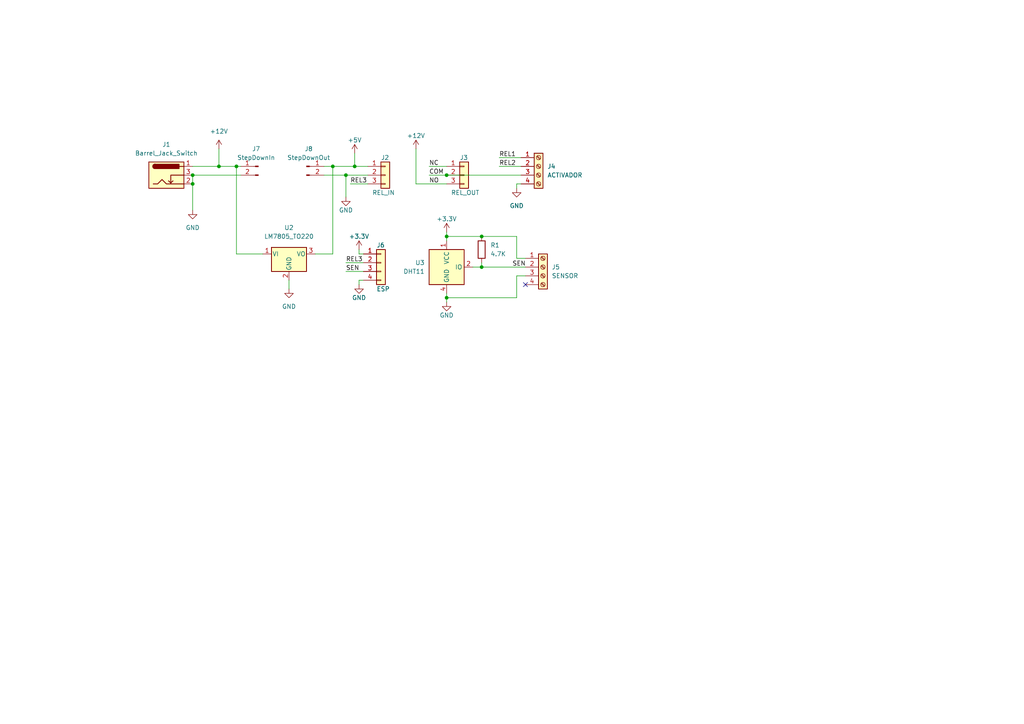
<source format=kicad_sch>
(kicad_sch (version 20211123) (generator eeschema)

  (uuid 60bad54a-44fd-435d-a247-2417c8efcf84)

  (paper "A4")

  (lib_symbols
    (symbol "Connector:Barrel_Jack_Switch" (pin_names hide) (in_bom yes) (on_board yes)
      (property "Reference" "J" (id 0) (at 0 5.334 0)
        (effects (font (size 1.27 1.27)))
      )
      (property "Value" "Barrel_Jack_Switch" (id 1) (at 0 -5.08 0)
        (effects (font (size 1.27 1.27)))
      )
      (property "Footprint" "" (id 2) (at 1.27 -1.016 0)
        (effects (font (size 1.27 1.27)) hide)
      )
      (property "Datasheet" "~" (id 3) (at 1.27 -1.016 0)
        (effects (font (size 1.27 1.27)) hide)
      )
      (property "ki_keywords" "DC power barrel jack connector" (id 4) (at 0 0 0)
        (effects (font (size 1.27 1.27)) hide)
      )
      (property "ki_description" "DC Barrel Jack with an internal switch" (id 5) (at 0 0 0)
        (effects (font (size 1.27 1.27)) hide)
      )
      (property "ki_fp_filters" "BarrelJack*" (id 6) (at 0 0 0)
        (effects (font (size 1.27 1.27)) hide)
      )
      (symbol "Barrel_Jack_Switch_0_1"
        (rectangle (start -5.08 3.81) (end 5.08 -3.81)
          (stroke (width 0.254) (type default) (color 0 0 0 0))
          (fill (type background))
        )
        (arc (start -3.302 3.175) (mid -3.937 2.54) (end -3.302 1.905)
          (stroke (width 0.254) (type default) (color 0 0 0 0))
          (fill (type none))
        )
        (arc (start -3.302 3.175) (mid -3.937 2.54) (end -3.302 1.905)
          (stroke (width 0.254) (type default) (color 0 0 0 0))
          (fill (type outline))
        )
        (polyline
          (pts
            (xy 1.27 -2.286)
            (xy 1.905 -1.651)
          )
          (stroke (width 0.254) (type default) (color 0 0 0 0))
          (fill (type none))
        )
        (polyline
          (pts
            (xy 5.08 2.54)
            (xy 3.81 2.54)
          )
          (stroke (width 0.254) (type default) (color 0 0 0 0))
          (fill (type none))
        )
        (polyline
          (pts
            (xy 5.08 0)
            (xy 1.27 0)
            (xy 1.27 -2.286)
            (xy 0.635 -1.651)
          )
          (stroke (width 0.254) (type default) (color 0 0 0 0))
          (fill (type none))
        )
        (polyline
          (pts
            (xy -3.81 -2.54)
            (xy -2.54 -2.54)
            (xy -1.27 -1.27)
            (xy 0 -2.54)
            (xy 2.54 -2.54)
            (xy 5.08 -2.54)
          )
          (stroke (width 0.254) (type default) (color 0 0 0 0))
          (fill (type none))
        )
        (rectangle (start 3.683 3.175) (end -3.302 1.905)
          (stroke (width 0.254) (type default) (color 0 0 0 0))
          (fill (type outline))
        )
      )
      (symbol "Barrel_Jack_Switch_1_1"
        (pin passive line (at 7.62 2.54 180) (length 2.54)
          (name "~" (effects (font (size 1.27 1.27))))
          (number "1" (effects (font (size 1.27 1.27))))
        )
        (pin passive line (at 7.62 -2.54 180) (length 2.54)
          (name "~" (effects (font (size 1.27 1.27))))
          (number "2" (effects (font (size 1.27 1.27))))
        )
        (pin passive line (at 7.62 0 180) (length 2.54)
          (name "~" (effects (font (size 1.27 1.27))))
          (number "3" (effects (font (size 1.27 1.27))))
        )
      )
    )
    (symbol "Connector:Conn_01x02_Male" (pin_names (offset 1.016) hide) (in_bom yes) (on_board yes)
      (property "Reference" "J" (id 0) (at 0 2.54 0)
        (effects (font (size 1.27 1.27)))
      )
      (property "Value" "Conn_01x02_Male" (id 1) (at 0 -5.08 0)
        (effects (font (size 1.27 1.27)))
      )
      (property "Footprint" "" (id 2) (at 0 0 0)
        (effects (font (size 1.27 1.27)) hide)
      )
      (property "Datasheet" "~" (id 3) (at 0 0 0)
        (effects (font (size 1.27 1.27)) hide)
      )
      (property "ki_keywords" "connector" (id 4) (at 0 0 0)
        (effects (font (size 1.27 1.27)) hide)
      )
      (property "ki_description" "Generic connector, single row, 01x02, script generated (kicad-library-utils/schlib/autogen/connector/)" (id 5) (at 0 0 0)
        (effects (font (size 1.27 1.27)) hide)
      )
      (property "ki_fp_filters" "Connector*:*_1x??_*" (id 6) (at 0 0 0)
        (effects (font (size 1.27 1.27)) hide)
      )
      (symbol "Conn_01x02_Male_1_1"
        (polyline
          (pts
            (xy 1.27 -2.54)
            (xy 0.8636 -2.54)
          )
          (stroke (width 0.1524) (type default) (color 0 0 0 0))
          (fill (type none))
        )
        (polyline
          (pts
            (xy 1.27 0)
            (xy 0.8636 0)
          )
          (stroke (width 0.1524) (type default) (color 0 0 0 0))
          (fill (type none))
        )
        (rectangle (start 0.8636 -2.413) (end 0 -2.667)
          (stroke (width 0.1524) (type default) (color 0 0 0 0))
          (fill (type outline))
        )
        (rectangle (start 0.8636 0.127) (end 0 -0.127)
          (stroke (width 0.1524) (type default) (color 0 0 0 0))
          (fill (type outline))
        )
        (pin passive line (at 5.08 0 180) (length 3.81)
          (name "Pin_1" (effects (font (size 1.27 1.27))))
          (number "1" (effects (font (size 1.27 1.27))))
        )
        (pin passive line (at 5.08 -2.54 180) (length 3.81)
          (name "Pin_2" (effects (font (size 1.27 1.27))))
          (number "2" (effects (font (size 1.27 1.27))))
        )
      )
    )
    (symbol "Connector:Screw_Terminal_01x04" (pin_names (offset 1.016) hide) (in_bom yes) (on_board yes)
      (property "Reference" "J" (id 0) (at 0 5.08 0)
        (effects (font (size 1.27 1.27)))
      )
      (property "Value" "Screw_Terminal_01x04" (id 1) (at 0 -7.62 0)
        (effects (font (size 1.27 1.27)))
      )
      (property "Footprint" "" (id 2) (at 0 0 0)
        (effects (font (size 1.27 1.27)) hide)
      )
      (property "Datasheet" "~" (id 3) (at 0 0 0)
        (effects (font (size 1.27 1.27)) hide)
      )
      (property "ki_keywords" "screw terminal" (id 4) (at 0 0 0)
        (effects (font (size 1.27 1.27)) hide)
      )
      (property "ki_description" "Generic screw terminal, single row, 01x04, script generated (kicad-library-utils/schlib/autogen/connector/)" (id 5) (at 0 0 0)
        (effects (font (size 1.27 1.27)) hide)
      )
      (property "ki_fp_filters" "TerminalBlock*:*" (id 6) (at 0 0 0)
        (effects (font (size 1.27 1.27)) hide)
      )
      (symbol "Screw_Terminal_01x04_1_1"
        (rectangle (start -1.27 3.81) (end 1.27 -6.35)
          (stroke (width 0.254) (type default) (color 0 0 0 0))
          (fill (type background))
        )
        (circle (center 0 -5.08) (radius 0.635)
          (stroke (width 0.1524) (type default) (color 0 0 0 0))
          (fill (type none))
        )
        (circle (center 0 -2.54) (radius 0.635)
          (stroke (width 0.1524) (type default) (color 0 0 0 0))
          (fill (type none))
        )
        (polyline
          (pts
            (xy -0.5334 -4.7498)
            (xy 0.3302 -5.588)
          )
          (stroke (width 0.1524) (type default) (color 0 0 0 0))
          (fill (type none))
        )
        (polyline
          (pts
            (xy -0.5334 -2.2098)
            (xy 0.3302 -3.048)
          )
          (stroke (width 0.1524) (type default) (color 0 0 0 0))
          (fill (type none))
        )
        (polyline
          (pts
            (xy -0.5334 0.3302)
            (xy 0.3302 -0.508)
          )
          (stroke (width 0.1524) (type default) (color 0 0 0 0))
          (fill (type none))
        )
        (polyline
          (pts
            (xy -0.5334 2.8702)
            (xy 0.3302 2.032)
          )
          (stroke (width 0.1524) (type default) (color 0 0 0 0))
          (fill (type none))
        )
        (polyline
          (pts
            (xy -0.3556 -4.572)
            (xy 0.508 -5.4102)
          )
          (stroke (width 0.1524) (type default) (color 0 0 0 0))
          (fill (type none))
        )
        (polyline
          (pts
            (xy -0.3556 -2.032)
            (xy 0.508 -2.8702)
          )
          (stroke (width 0.1524) (type default) (color 0 0 0 0))
          (fill (type none))
        )
        (polyline
          (pts
            (xy -0.3556 0.508)
            (xy 0.508 -0.3302)
          )
          (stroke (width 0.1524) (type default) (color 0 0 0 0))
          (fill (type none))
        )
        (polyline
          (pts
            (xy -0.3556 3.048)
            (xy 0.508 2.2098)
          )
          (stroke (width 0.1524) (type default) (color 0 0 0 0))
          (fill (type none))
        )
        (circle (center 0 0) (radius 0.635)
          (stroke (width 0.1524) (type default) (color 0 0 0 0))
          (fill (type none))
        )
        (circle (center 0 2.54) (radius 0.635)
          (stroke (width 0.1524) (type default) (color 0 0 0 0))
          (fill (type none))
        )
        (pin passive line (at -5.08 2.54 0) (length 3.81)
          (name "Pin_1" (effects (font (size 1.27 1.27))))
          (number "1" (effects (font (size 1.27 1.27))))
        )
        (pin passive line (at -5.08 0 0) (length 3.81)
          (name "Pin_2" (effects (font (size 1.27 1.27))))
          (number "2" (effects (font (size 1.27 1.27))))
        )
        (pin passive line (at -5.08 -2.54 0) (length 3.81)
          (name "Pin_3" (effects (font (size 1.27 1.27))))
          (number "3" (effects (font (size 1.27 1.27))))
        )
        (pin passive line (at -5.08 -5.08 0) (length 3.81)
          (name "Pin_4" (effects (font (size 1.27 1.27))))
          (number "4" (effects (font (size 1.27 1.27))))
        )
      )
    )
    (symbol "Connector_Generic:Conn_01x03" (pin_names (offset 1.016) hide) (in_bom yes) (on_board yes)
      (property "Reference" "J" (id 0) (at 0 5.08 0)
        (effects (font (size 1.27 1.27)))
      )
      (property "Value" "Conn_01x03" (id 1) (at 0 -5.08 0)
        (effects (font (size 1.27 1.27)))
      )
      (property "Footprint" "" (id 2) (at 0 0 0)
        (effects (font (size 1.27 1.27)) hide)
      )
      (property "Datasheet" "~" (id 3) (at 0 0 0)
        (effects (font (size 1.27 1.27)) hide)
      )
      (property "ki_keywords" "connector" (id 4) (at 0 0 0)
        (effects (font (size 1.27 1.27)) hide)
      )
      (property "ki_description" "Generic connector, single row, 01x03, script generated (kicad-library-utils/schlib/autogen/connector/)" (id 5) (at 0 0 0)
        (effects (font (size 1.27 1.27)) hide)
      )
      (property "ki_fp_filters" "Connector*:*_1x??_*" (id 6) (at 0 0 0)
        (effects (font (size 1.27 1.27)) hide)
      )
      (symbol "Conn_01x03_1_1"
        (rectangle (start -1.27 -2.413) (end 0 -2.667)
          (stroke (width 0.1524) (type default) (color 0 0 0 0))
          (fill (type none))
        )
        (rectangle (start -1.27 0.127) (end 0 -0.127)
          (stroke (width 0.1524) (type default) (color 0 0 0 0))
          (fill (type none))
        )
        (rectangle (start -1.27 2.667) (end 0 2.413)
          (stroke (width 0.1524) (type default) (color 0 0 0 0))
          (fill (type none))
        )
        (rectangle (start -1.27 3.81) (end 1.27 -3.81)
          (stroke (width 0.254) (type default) (color 0 0 0 0))
          (fill (type background))
        )
        (pin passive line (at -5.08 2.54 0) (length 3.81)
          (name "Pin_1" (effects (font (size 1.27 1.27))))
          (number "1" (effects (font (size 1.27 1.27))))
        )
        (pin passive line (at -5.08 0 0) (length 3.81)
          (name "Pin_2" (effects (font (size 1.27 1.27))))
          (number "2" (effects (font (size 1.27 1.27))))
        )
        (pin passive line (at -5.08 -2.54 0) (length 3.81)
          (name "Pin_3" (effects (font (size 1.27 1.27))))
          (number "3" (effects (font (size 1.27 1.27))))
        )
      )
    )
    (symbol "Connector_Generic:Conn_01x04" (pin_names (offset 1.016) hide) (in_bom yes) (on_board yes)
      (property "Reference" "J" (id 0) (at 0 5.08 0)
        (effects (font (size 1.27 1.27)))
      )
      (property "Value" "Conn_01x04" (id 1) (at 0 -7.62 0)
        (effects (font (size 1.27 1.27)))
      )
      (property "Footprint" "" (id 2) (at 0 0 0)
        (effects (font (size 1.27 1.27)) hide)
      )
      (property "Datasheet" "~" (id 3) (at 0 0 0)
        (effects (font (size 1.27 1.27)) hide)
      )
      (property "ki_keywords" "connector" (id 4) (at 0 0 0)
        (effects (font (size 1.27 1.27)) hide)
      )
      (property "ki_description" "Generic connector, single row, 01x04, script generated (kicad-library-utils/schlib/autogen/connector/)" (id 5) (at 0 0 0)
        (effects (font (size 1.27 1.27)) hide)
      )
      (property "ki_fp_filters" "Connector*:*_1x??_*" (id 6) (at 0 0 0)
        (effects (font (size 1.27 1.27)) hide)
      )
      (symbol "Conn_01x04_1_1"
        (rectangle (start -1.27 -4.953) (end 0 -5.207)
          (stroke (width 0.1524) (type default) (color 0 0 0 0))
          (fill (type none))
        )
        (rectangle (start -1.27 -2.413) (end 0 -2.667)
          (stroke (width 0.1524) (type default) (color 0 0 0 0))
          (fill (type none))
        )
        (rectangle (start -1.27 0.127) (end 0 -0.127)
          (stroke (width 0.1524) (type default) (color 0 0 0 0))
          (fill (type none))
        )
        (rectangle (start -1.27 2.667) (end 0 2.413)
          (stroke (width 0.1524) (type default) (color 0 0 0 0))
          (fill (type none))
        )
        (rectangle (start -1.27 3.81) (end 1.27 -6.35)
          (stroke (width 0.254) (type default) (color 0 0 0 0))
          (fill (type background))
        )
        (pin passive line (at -5.08 2.54 0) (length 3.81)
          (name "Pin_1" (effects (font (size 1.27 1.27))))
          (number "1" (effects (font (size 1.27 1.27))))
        )
        (pin passive line (at -5.08 0 0) (length 3.81)
          (name "Pin_2" (effects (font (size 1.27 1.27))))
          (number "2" (effects (font (size 1.27 1.27))))
        )
        (pin passive line (at -5.08 -2.54 0) (length 3.81)
          (name "Pin_3" (effects (font (size 1.27 1.27))))
          (number "3" (effects (font (size 1.27 1.27))))
        )
        (pin passive line (at -5.08 -5.08 0) (length 3.81)
          (name "Pin_4" (effects (font (size 1.27 1.27))))
          (number "4" (effects (font (size 1.27 1.27))))
        )
      )
    )
    (symbol "Device:R" (pin_numbers hide) (pin_names (offset 0)) (in_bom yes) (on_board yes)
      (property "Reference" "R" (id 0) (at 2.032 0 90)
        (effects (font (size 1.27 1.27)))
      )
      (property "Value" "R" (id 1) (at 0 0 90)
        (effects (font (size 1.27 1.27)))
      )
      (property "Footprint" "" (id 2) (at -1.778 0 90)
        (effects (font (size 1.27 1.27)) hide)
      )
      (property "Datasheet" "~" (id 3) (at 0 0 0)
        (effects (font (size 1.27 1.27)) hide)
      )
      (property "ki_keywords" "R res resistor" (id 4) (at 0 0 0)
        (effects (font (size 1.27 1.27)) hide)
      )
      (property "ki_description" "Resistor" (id 5) (at 0 0 0)
        (effects (font (size 1.27 1.27)) hide)
      )
      (property "ki_fp_filters" "R_*" (id 6) (at 0 0 0)
        (effects (font (size 1.27 1.27)) hide)
      )
      (symbol "R_0_1"
        (rectangle (start -1.016 -2.54) (end 1.016 2.54)
          (stroke (width 0.254) (type default) (color 0 0 0 0))
          (fill (type none))
        )
      )
      (symbol "R_1_1"
        (pin passive line (at 0 3.81 270) (length 1.27)
          (name "~" (effects (font (size 1.27 1.27))))
          (number "1" (effects (font (size 1.27 1.27))))
        )
        (pin passive line (at 0 -3.81 90) (length 1.27)
          (name "~" (effects (font (size 1.27 1.27))))
          (number "2" (effects (font (size 1.27 1.27))))
        )
      )
    )
    (symbol "Regulator_Linear:LM7805_TO220" (pin_names (offset 0.254)) (in_bom yes) (on_board yes)
      (property "Reference" "U" (id 0) (at -3.81 3.175 0)
        (effects (font (size 1.27 1.27)))
      )
      (property "Value" "LM7805_TO220" (id 1) (at 0 3.175 0)
        (effects (font (size 1.27 1.27)) (justify left))
      )
      (property "Footprint" "Package_TO_SOT_THT:TO-220-3_Vertical" (id 2) (at 0 5.715 0)
        (effects (font (size 1.27 1.27) italic) hide)
      )
      (property "Datasheet" "https://www.onsemi.cn/PowerSolutions/document/MC7800-D.PDF" (id 3) (at 0 -1.27 0)
        (effects (font (size 1.27 1.27)) hide)
      )
      (property "ki_keywords" "Voltage Regulator 1A Positive" (id 4) (at 0 0 0)
        (effects (font (size 1.27 1.27)) hide)
      )
      (property "ki_description" "Positive 1A 35V Linear Regulator, Fixed Output 5V, TO-220" (id 5) (at 0 0 0)
        (effects (font (size 1.27 1.27)) hide)
      )
      (property "ki_fp_filters" "TO?220*" (id 6) (at 0 0 0)
        (effects (font (size 1.27 1.27)) hide)
      )
      (symbol "LM7805_TO220_0_1"
        (rectangle (start -5.08 1.905) (end 5.08 -5.08)
          (stroke (width 0.254) (type default) (color 0 0 0 0))
          (fill (type background))
        )
      )
      (symbol "LM7805_TO220_1_1"
        (pin power_in line (at -7.62 0 0) (length 2.54)
          (name "VI" (effects (font (size 1.27 1.27))))
          (number "1" (effects (font (size 1.27 1.27))))
        )
        (pin power_in line (at 0 -7.62 90) (length 2.54)
          (name "GND" (effects (font (size 1.27 1.27))))
          (number "2" (effects (font (size 1.27 1.27))))
        )
        (pin power_out line (at 7.62 0 180) (length 2.54)
          (name "VO" (effects (font (size 1.27 1.27))))
          (number "3" (effects (font (size 1.27 1.27))))
        )
      )
    )
    (symbol "Sensor:DHT11" (in_bom yes) (on_board yes)
      (property "Reference" "U" (id 0) (at -3.81 6.35 0)
        (effects (font (size 1.27 1.27)))
      )
      (property "Value" "DHT11" (id 1) (at 3.81 6.35 0)
        (effects (font (size 1.27 1.27)))
      )
      (property "Footprint" "Sensor:Aosong_DHT11_5.5x12.0_P2.54mm" (id 2) (at 0 -10.16 0)
        (effects (font (size 1.27 1.27)) hide)
      )
      (property "Datasheet" "http://akizukidenshi.com/download/ds/aosong/DHT11.pdf" (id 3) (at 3.81 6.35 0)
        (effects (font (size 1.27 1.27)) hide)
      )
      (property "ki_keywords" "Digital temperature humidity sensor" (id 4) (at 0 0 0)
        (effects (font (size 1.27 1.27)) hide)
      )
      (property "ki_description" "Temperature and humidity module" (id 5) (at 0 0 0)
        (effects (font (size 1.27 1.27)) hide)
      )
      (property "ki_fp_filters" "Aosong*DHT11*5.5x12.0*P2.54mm*" (id 6) (at 0 0 0)
        (effects (font (size 1.27 1.27)) hide)
      )
      (symbol "DHT11_0_1"
        (rectangle (start -5.08 5.08) (end 5.08 -5.08)
          (stroke (width 0.254) (type default) (color 0 0 0 0))
          (fill (type background))
        )
      )
      (symbol "DHT11_1_1"
        (pin power_in line (at 0 7.62 270) (length 2.54)
          (name "VCC" (effects (font (size 1.27 1.27))))
          (number "1" (effects (font (size 1.27 1.27))))
        )
        (pin bidirectional line (at 7.62 0 180) (length 2.54)
          (name "IO" (effects (font (size 1.27 1.27))))
          (number "2" (effects (font (size 1.27 1.27))))
        )
        (pin no_connect line (at -5.08 0 0) (length 2.54) hide
          (name "NC" (effects (font (size 1.27 1.27))))
          (number "3" (effects (font (size 1.27 1.27))))
        )
        (pin power_in line (at 0 -7.62 90) (length 2.54)
          (name "GND" (effects (font (size 1.27 1.27))))
          (number "4" (effects (font (size 1.27 1.27))))
        )
      )
    )
    (symbol "power:+12V" (power) (pin_names (offset 0)) (in_bom yes) (on_board yes)
      (property "Reference" "#PWR" (id 0) (at 0 -3.81 0)
        (effects (font (size 1.27 1.27)) hide)
      )
      (property "Value" "+12V" (id 1) (at 0 3.556 0)
        (effects (font (size 1.27 1.27)))
      )
      (property "Footprint" "" (id 2) (at 0 0 0)
        (effects (font (size 1.27 1.27)) hide)
      )
      (property "Datasheet" "" (id 3) (at 0 0 0)
        (effects (font (size 1.27 1.27)) hide)
      )
      (property "ki_keywords" "power-flag" (id 4) (at 0 0 0)
        (effects (font (size 1.27 1.27)) hide)
      )
      (property "ki_description" "Power symbol creates a global label with name \"+12V\"" (id 5) (at 0 0 0)
        (effects (font (size 1.27 1.27)) hide)
      )
      (symbol "+12V_0_1"
        (polyline
          (pts
            (xy -0.762 1.27)
            (xy 0 2.54)
          )
          (stroke (width 0) (type default) (color 0 0 0 0))
          (fill (type none))
        )
        (polyline
          (pts
            (xy 0 0)
            (xy 0 2.54)
          )
          (stroke (width 0) (type default) (color 0 0 0 0))
          (fill (type none))
        )
        (polyline
          (pts
            (xy 0 2.54)
            (xy 0.762 1.27)
          )
          (stroke (width 0) (type default) (color 0 0 0 0))
          (fill (type none))
        )
      )
      (symbol "+12V_1_1"
        (pin power_in line (at 0 0 90) (length 0) hide
          (name "+12V" (effects (font (size 1.27 1.27))))
          (number "1" (effects (font (size 1.27 1.27))))
        )
      )
    )
    (symbol "power:+3.3V" (power) (pin_names (offset 0)) (in_bom yes) (on_board yes)
      (property "Reference" "#PWR" (id 0) (at 0 -3.81 0)
        (effects (font (size 1.27 1.27)) hide)
      )
      (property "Value" "+3.3V" (id 1) (at 0 3.556 0)
        (effects (font (size 1.27 1.27)))
      )
      (property "Footprint" "" (id 2) (at 0 0 0)
        (effects (font (size 1.27 1.27)) hide)
      )
      (property "Datasheet" "" (id 3) (at 0 0 0)
        (effects (font (size 1.27 1.27)) hide)
      )
      (property "ki_keywords" "power-flag" (id 4) (at 0 0 0)
        (effects (font (size 1.27 1.27)) hide)
      )
      (property "ki_description" "Power symbol creates a global label with name \"+3.3V\"" (id 5) (at 0 0 0)
        (effects (font (size 1.27 1.27)) hide)
      )
      (symbol "+3.3V_0_1"
        (polyline
          (pts
            (xy -0.762 1.27)
            (xy 0 2.54)
          )
          (stroke (width 0) (type default) (color 0 0 0 0))
          (fill (type none))
        )
        (polyline
          (pts
            (xy 0 0)
            (xy 0 2.54)
          )
          (stroke (width 0) (type default) (color 0 0 0 0))
          (fill (type none))
        )
        (polyline
          (pts
            (xy 0 2.54)
            (xy 0.762 1.27)
          )
          (stroke (width 0) (type default) (color 0 0 0 0))
          (fill (type none))
        )
      )
      (symbol "+3.3V_1_1"
        (pin power_in line (at 0 0 90) (length 0) hide
          (name "+3.3V" (effects (font (size 1.27 1.27))))
          (number "1" (effects (font (size 1.27 1.27))))
        )
      )
    )
    (symbol "power:+5V" (power) (pin_names (offset 0)) (in_bom yes) (on_board yes)
      (property "Reference" "#PWR" (id 0) (at 0 -3.81 0)
        (effects (font (size 1.27 1.27)) hide)
      )
      (property "Value" "+5V" (id 1) (at 0 3.556 0)
        (effects (font (size 1.27 1.27)))
      )
      (property "Footprint" "" (id 2) (at 0 0 0)
        (effects (font (size 1.27 1.27)) hide)
      )
      (property "Datasheet" "" (id 3) (at 0 0 0)
        (effects (font (size 1.27 1.27)) hide)
      )
      (property "ki_keywords" "power-flag" (id 4) (at 0 0 0)
        (effects (font (size 1.27 1.27)) hide)
      )
      (property "ki_description" "Power symbol creates a global label with name \"+5V\"" (id 5) (at 0 0 0)
        (effects (font (size 1.27 1.27)) hide)
      )
      (symbol "+5V_0_1"
        (polyline
          (pts
            (xy -0.762 1.27)
            (xy 0 2.54)
          )
          (stroke (width 0) (type default) (color 0 0 0 0))
          (fill (type none))
        )
        (polyline
          (pts
            (xy 0 0)
            (xy 0 2.54)
          )
          (stroke (width 0) (type default) (color 0 0 0 0))
          (fill (type none))
        )
        (polyline
          (pts
            (xy 0 2.54)
            (xy 0.762 1.27)
          )
          (stroke (width 0) (type default) (color 0 0 0 0))
          (fill (type none))
        )
      )
      (symbol "+5V_1_1"
        (pin power_in line (at 0 0 90) (length 0) hide
          (name "+5V" (effects (font (size 1.27 1.27))))
          (number "1" (effects (font (size 1.27 1.27))))
        )
      )
    )
    (symbol "power:GND" (power) (pin_names (offset 0)) (in_bom yes) (on_board yes)
      (property "Reference" "#PWR" (id 0) (at 0 -6.35 0)
        (effects (font (size 1.27 1.27)) hide)
      )
      (property "Value" "GND" (id 1) (at 0 -3.81 0)
        (effects (font (size 1.27 1.27)))
      )
      (property "Footprint" "" (id 2) (at 0 0 0)
        (effects (font (size 1.27 1.27)) hide)
      )
      (property "Datasheet" "" (id 3) (at 0 0 0)
        (effects (font (size 1.27 1.27)) hide)
      )
      (property "ki_keywords" "power-flag" (id 4) (at 0 0 0)
        (effects (font (size 1.27 1.27)) hide)
      )
      (property "ki_description" "Power symbol creates a global label with name \"GND\" , ground" (id 5) (at 0 0 0)
        (effects (font (size 1.27 1.27)) hide)
      )
      (symbol "GND_0_1"
        (polyline
          (pts
            (xy 0 0)
            (xy 0 -1.27)
            (xy 1.27 -1.27)
            (xy 0 -2.54)
            (xy -1.27 -1.27)
            (xy 0 -1.27)
          )
          (stroke (width 0) (type default) (color 0 0 0 0))
          (fill (type none))
        )
      )
      (symbol "GND_1_1"
        (pin power_in line (at 0 0 270) (length 0) hide
          (name "GND" (effects (font (size 1.27 1.27))))
          (number "1" (effects (font (size 1.27 1.27))))
        )
      )
    )
  )

  (junction (at 129.54 68.58) (diameter 0) (color 0 0 0 0)
    (uuid 0d4fb777-018e-4573-adaa-08ada81f3a80)
  )
  (junction (at 139.7 77.47) (diameter 0) (color 0 0 0 0)
    (uuid 18c1e2c1-3684-40ec-830d-5ec0d8179e5a)
  )
  (junction (at 96.52 48.26) (diameter 0) (color 0 0 0 0)
    (uuid 2328317a-2b57-491c-a7e7-a0eb11270154)
  )
  (junction (at 100.33 50.8) (diameter 0) (color 0 0 0 0)
    (uuid 3a75baa7-6cd1-4ab6-a847-6eeffdea094a)
  )
  (junction (at 63.5 48.26) (diameter 0) (color 0 0 0 0)
    (uuid 3eb59747-bc34-43cc-9ac4-ccb0cc88bc91)
  )
  (junction (at 139.7 68.58) (diameter 0) (color 0 0 0 0)
    (uuid 439e2dd6-f351-47ee-a2c8-84ae7b70adbb)
  )
  (junction (at 102.87 48.26) (diameter 0) (color 0 0 0 0)
    (uuid 73907089-93e6-4653-9408-b43138ae2452)
  )
  (junction (at 68.58 48.26) (diameter 0) (color 0 0 0 0)
    (uuid 7cc821b7-f038-4069-be29-b8813025f501)
  )
  (junction (at 129.54 50.8) (diameter 0) (color 0 0 0 0)
    (uuid 86642018-392e-49b0-9cc0-f8b1cd216fbb)
  )
  (junction (at 55.88 53.34) (diameter 0) (color 0 0 0 0)
    (uuid d2461d0b-c5f6-4350-b7a1-577d9b627098)
  )
  (junction (at 55.88 50.8) (diameter 0) (color 0 0 0 0)
    (uuid d5427f4f-eefb-4896-89fe-2fd35a02ffc1)
  )
  (junction (at 129.54 86.36) (diameter 0) (color 0 0 0 0)
    (uuid fd962a8e-da93-4a3f-8b30-67df5bfa4d3b)
  )

  (no_connect (at 152.4 82.55) (uuid d69699af-d0e2-4ec4-9b52-7813b89d98ac))

  (wire (pts (xy 124.46 48.26) (xy 129.54 48.26))
    (stroke (width 0) (type default) (color 0 0 0 0))
    (uuid 044ccacb-aeb9-440c-a0ad-be5e59331ef1)
  )
  (wire (pts (xy 137.16 77.47) (xy 139.7 77.47))
    (stroke (width 0) (type default) (color 0 0 0 0))
    (uuid 07471de2-15b7-4bb2-b424-886211d9fcd5)
  )
  (wire (pts (xy 102.87 48.26) (xy 106.68 48.26))
    (stroke (width 0) (type default) (color 0 0 0 0))
    (uuid 07dfead5-c4b0-40c2-aec8-c99b3561fabd)
  )
  (wire (pts (xy 100.33 78.74) (xy 105.41 78.74))
    (stroke (width 0) (type default) (color 0 0 0 0))
    (uuid 09e0d638-6670-4ac8-9b03-b4a85bff20bf)
  )
  (wire (pts (xy 55.88 48.26) (xy 63.5 48.26))
    (stroke (width 0) (type default) (color 0 0 0 0))
    (uuid 0c7468c0-f4fa-4a50-8bfa-9c46314e0976)
  )
  (wire (pts (xy 100.33 50.8) (xy 100.33 57.15))
    (stroke (width 0) (type default) (color 0 0 0 0))
    (uuid 13ccc6cf-4b12-42b8-8a44-51cb1c5f96dc)
  )
  (wire (pts (xy 55.88 50.8) (xy 55.88 53.34))
    (stroke (width 0) (type default) (color 0 0 0 0))
    (uuid 16d404ac-6e21-442c-aab8-e7891c3c9462)
  )
  (wire (pts (xy 55.88 53.34) (xy 55.88 60.96))
    (stroke (width 0) (type default) (color 0 0 0 0))
    (uuid 1b2be833-91f9-439b-a412-599ab4ca1bb9)
  )
  (wire (pts (xy 129.54 68.58) (xy 129.54 69.85))
    (stroke (width 0) (type default) (color 0 0 0 0))
    (uuid 1d55fd9e-d753-48a5-a3bc-80820d2a4707)
  )
  (wire (pts (xy 96.52 48.26) (xy 93.98 48.26))
    (stroke (width 0) (type default) (color 0 0 0 0))
    (uuid 1e9406c7-df01-4eeb-b91f-bb9a3d6b86d8)
  )
  (wire (pts (xy 149.86 74.93) (xy 149.86 68.58))
    (stroke (width 0) (type default) (color 0 0 0 0))
    (uuid 2d8e4afb-52c6-4ffe-b3a1-c03482ead503)
  )
  (wire (pts (xy 149.86 53.34) (xy 149.86 54.61))
    (stroke (width 0) (type default) (color 0 0 0 0))
    (uuid 312567e0-24b6-45b8-8c72-54b9f2e8ef75)
  )
  (wire (pts (xy 129.54 67.31) (xy 129.54 68.58))
    (stroke (width 0) (type default) (color 0 0 0 0))
    (uuid 42634606-9c3c-4b64-8431-fb7f2c8b80e7)
  )
  (wire (pts (xy 102.87 44.45) (xy 102.87 48.26))
    (stroke (width 0) (type default) (color 0 0 0 0))
    (uuid 43b42b7b-a87f-4b96-8819-f5d7f86ca18a)
  )
  (wire (pts (xy 120.65 43.18) (xy 120.65 53.34))
    (stroke (width 0) (type default) (color 0 0 0 0))
    (uuid 4490d630-9fdc-49e8-b9cf-b2d28e72fe4f)
  )
  (wire (pts (xy 91.44 73.66) (xy 96.52 73.66))
    (stroke (width 0) (type default) (color 0 0 0 0))
    (uuid 45c6eb75-7bcb-4a15-9a65-ed051db29049)
  )
  (wire (pts (xy 93.98 50.8) (xy 100.33 50.8))
    (stroke (width 0) (type default) (color 0 0 0 0))
    (uuid 4c4d32e0-db80-4ea1-a949-d073e1433385)
  )
  (wire (pts (xy 139.7 76.2) (xy 139.7 77.47))
    (stroke (width 0) (type default) (color 0 0 0 0))
    (uuid 515b9a86-06d3-4041-8ff9-730e56e71359)
  )
  (wire (pts (xy 63.5 43.18) (xy 63.5 48.26))
    (stroke (width 0) (type default) (color 0 0 0 0))
    (uuid 58cfb17e-448b-4305-a080-c80f6d1148be)
  )
  (wire (pts (xy 139.7 68.58) (xy 129.54 68.58))
    (stroke (width 0) (type default) (color 0 0 0 0))
    (uuid 5ffe95e9-e96d-4c27-8c19-9b5606597af2)
  )
  (wire (pts (xy 149.86 74.93) (xy 152.4 74.93))
    (stroke (width 0) (type default) (color 0 0 0 0))
    (uuid 65d47c04-afd3-42b8-b767-37423db421f2)
  )
  (wire (pts (xy 149.86 86.36) (xy 129.54 86.36))
    (stroke (width 0) (type default) (color 0 0 0 0))
    (uuid 678c6acf-a3e3-4ddc-ac44-a2fc06fcda62)
  )
  (wire (pts (xy 76.2 73.66) (xy 68.58 73.66))
    (stroke (width 0) (type default) (color 0 0 0 0))
    (uuid 690aecc2-4c1c-4066-b3a0-64d45c9cdd49)
  )
  (wire (pts (xy 144.78 48.26) (xy 151.13 48.26))
    (stroke (width 0) (type default) (color 0 0 0 0))
    (uuid 6a237815-dbbc-48b4-afd3-752a5675f0bf)
  )
  (wire (pts (xy 149.86 80.01) (xy 149.86 86.36))
    (stroke (width 0) (type default) (color 0 0 0 0))
    (uuid 6a70138b-965c-44ea-93bf-04f497f8f3cc)
  )
  (wire (pts (xy 129.54 86.36) (xy 129.54 87.63))
    (stroke (width 0) (type default) (color 0 0 0 0))
    (uuid 7f0bbe47-6c04-44fb-87c4-188baf91ce74)
  )
  (wire (pts (xy 139.7 68.58) (xy 149.86 68.58))
    (stroke (width 0) (type default) (color 0 0 0 0))
    (uuid 81e49f97-2f72-47b2-a554-491570bd7988)
  )
  (wire (pts (xy 120.65 53.34) (xy 129.54 53.34))
    (stroke (width 0) (type default) (color 0 0 0 0))
    (uuid 880988b4-b47c-4eb3-bb70-07b32cf2d8ac)
  )
  (wire (pts (xy 104.14 72.39) (xy 104.14 73.66))
    (stroke (width 0) (type default) (color 0 0 0 0))
    (uuid 8ad3fad2-341a-45db-800f-3c4e1f86b630)
  )
  (wire (pts (xy 104.14 73.66) (xy 105.41 73.66))
    (stroke (width 0) (type default) (color 0 0 0 0))
    (uuid 90f12d67-2d90-450a-a318-1dc0d1f8c4cb)
  )
  (wire (pts (xy 124.46 50.8) (xy 129.54 50.8))
    (stroke (width 0) (type default) (color 0 0 0 0))
    (uuid 935e1204-c135-4184-9145-0985790b7a10)
  )
  (wire (pts (xy 129.54 85.09) (xy 129.54 86.36))
    (stroke (width 0) (type default) (color 0 0 0 0))
    (uuid 93dbf9e2-3136-4395-ab6d-f4801076e5c8)
  )
  (wire (pts (xy 104.14 81.28) (xy 104.14 82.55))
    (stroke (width 0) (type default) (color 0 0 0 0))
    (uuid a2865e52-5880-4eec-b8f5-425e4f47f0b3)
  )
  (wire (pts (xy 96.52 73.66) (xy 96.52 48.26))
    (stroke (width 0) (type default) (color 0 0 0 0))
    (uuid a39f7f83-380a-49a9-aed6-ff87c89bffb1)
  )
  (wire (pts (xy 55.88 50.8) (xy 69.85 50.8))
    (stroke (width 0) (type default) (color 0 0 0 0))
    (uuid b155682f-e01d-4caa-a00e-894d28d21712)
  )
  (wire (pts (xy 101.6 53.34) (xy 106.68 53.34))
    (stroke (width 0) (type default) (color 0 0 0 0))
    (uuid b71146e6-c252-4c3b-94ff-97d2e567e2c5)
  )
  (wire (pts (xy 63.5 48.26) (xy 68.58 48.26))
    (stroke (width 0) (type default) (color 0 0 0 0))
    (uuid b91fe2f5-ab19-4017-9d20-6cca8efa7301)
  )
  (wire (pts (xy 139.7 77.47) (xy 152.4 77.47))
    (stroke (width 0) (type default) (color 0 0 0 0))
    (uuid d03cf671-89fc-4a4f-ba02-8b095574a38a)
  )
  (wire (pts (xy 152.4 80.01) (xy 149.86 80.01))
    (stroke (width 0) (type default) (color 0 0 0 0))
    (uuid dc2b61f3-b94f-40b3-a3e7-02e702db212d)
  )
  (wire (pts (xy 100.33 50.8) (xy 106.68 50.8))
    (stroke (width 0) (type default) (color 0 0 0 0))
    (uuid e131ed08-161d-45d9-aa8f-dcbf442082a4)
  )
  (wire (pts (xy 68.58 73.66) (xy 68.58 48.26))
    (stroke (width 0) (type default) (color 0 0 0 0))
    (uuid e2c82c73-c431-4bce-961d-9a9247a36e67)
  )
  (wire (pts (xy 144.78 45.72) (xy 151.13 45.72))
    (stroke (width 0) (type default) (color 0 0 0 0))
    (uuid e6425416-1032-4636-bda2-05f61067e67d)
  )
  (wire (pts (xy 100.33 76.2) (xy 105.41 76.2))
    (stroke (width 0) (type default) (color 0 0 0 0))
    (uuid e9f9e519-ea9f-437b-818e-9cab89c0bdc7)
  )
  (wire (pts (xy 68.58 48.26) (xy 69.85 48.26))
    (stroke (width 0) (type default) (color 0 0 0 0))
    (uuid ec3028ce-e048-4b31-8211-64d6990e2cef)
  )
  (wire (pts (xy 151.13 53.34) (xy 149.86 53.34))
    (stroke (width 0) (type default) (color 0 0 0 0))
    (uuid ece1031f-c27a-48a3-b2d6-aaf7680c5d43)
  )
  (wire (pts (xy 104.14 81.28) (xy 105.41 81.28))
    (stroke (width 0) (type default) (color 0 0 0 0))
    (uuid f2a80d81-bc42-4c73-9e28-68f77c2ed588)
  )
  (wire (pts (xy 129.54 50.8) (xy 151.13 50.8))
    (stroke (width 0) (type default) (color 0 0 0 0))
    (uuid f5d68ae0-e08b-48b9-b0fa-3a3727cba61b)
  )
  (wire (pts (xy 102.87 48.26) (xy 96.52 48.26))
    (stroke (width 0) (type default) (color 0 0 0 0))
    (uuid fe86603f-a167-4f22-91c7-58cfb3e942c1)
  )
  (wire (pts (xy 83.82 81.28) (xy 83.82 83.82))
    (stroke (width 0) (type default) (color 0 0 0 0))
    (uuid ff07f31e-49cf-415c-a234-0e2e3dca3880)
  )

  (label "REL2" (at 144.78 48.26 0)
    (effects (font (size 1.27 1.27)) (justify left bottom))
    (uuid 274324ec-03fe-41f5-8c29-514c94cc2926)
  )
  (label "NC" (at 124.46 48.26 0)
    (effects (font (size 1.27 1.27)) (justify left bottom))
    (uuid 30d77370-6b33-4bb0-8690-dba8d4379934)
  )
  (label "COM" (at 124.46 50.8 0)
    (effects (font (size 1.27 1.27)) (justify left bottom))
    (uuid 3b35be6e-da54-4a7b-a35c-f3312c83b75e)
  )
  (label "REL3" (at 101.6 53.34 0)
    (effects (font (size 1.27 1.27)) (justify left bottom))
    (uuid 5089383d-a82c-43df-b7b7-37cc7c5e39a1)
  )
  (label "SEN" (at 148.59 77.47 0)
    (effects (font (size 1.27 1.27)) (justify left bottom))
    (uuid 54a5ebc9-8f90-46c9-9d8e-a65256d6ce1a)
  )
  (label "REL1" (at 144.78 45.72 0)
    (effects (font (size 1.27 1.27)) (justify left bottom))
    (uuid 64d02f8c-148c-43db-970b-e7711da13276)
  )
  (label "NO" (at 124.46 53.34 0)
    (effects (font (size 1.27 1.27)) (justify left bottom))
    (uuid 77766d20-720a-4069-a2d1-cc0d7ce3a60c)
  )
  (label "SEN" (at 100.33 78.74 0)
    (effects (font (size 1.27 1.27)) (justify left bottom))
    (uuid b33bf3ac-1c85-4a03-a953-2be5f81dcda5)
  )
  (label "REL3" (at 100.33 76.2 0)
    (effects (font (size 1.27 1.27)) (justify left bottom))
    (uuid c361a983-ebf8-4701-a09e-69909d17104f)
  )

  (symbol (lib_id "power:+12V") (at 63.5 43.18 0) (unit 1)
    (in_bom yes) (on_board yes) (fields_autoplaced)
    (uuid 1ceeb1b5-6136-46e2-8890-fb63cfcf8289)
    (property "Reference" "#PWR0103" (id 0) (at 63.5 46.99 0)
      (effects (font (size 1.27 1.27)) hide)
    )
    (property "Value" "+12V" (id 1) (at 63.5 38.1 0))
    (property "Footprint" "" (id 2) (at 63.5 43.18 0)
      (effects (font (size 1.27 1.27)) hide)
    )
    (property "Datasheet" "" (id 3) (at 63.5 43.18 0)
      (effects (font (size 1.27 1.27)) hide)
    )
    (pin "1" (uuid a6e250d1-5760-4786-a6c2-bdd7ce962461))
  )

  (symbol (lib_id "power:GND") (at 55.88 60.96 0) (unit 1)
    (in_bom yes) (on_board yes) (fields_autoplaced)
    (uuid 302c2a84-dd05-4158-a46a-62642d8d0bc8)
    (property "Reference" "#PWR0102" (id 0) (at 55.88 67.31 0)
      (effects (font (size 1.27 1.27)) hide)
    )
    (property "Value" "GND" (id 1) (at 55.88 66.04 0))
    (property "Footprint" "" (id 2) (at 55.88 60.96 0)
      (effects (font (size 1.27 1.27)) hide)
    )
    (property "Datasheet" "" (id 3) (at 55.88 60.96 0)
      (effects (font (size 1.27 1.27)) hide)
    )
    (pin "1" (uuid f76541e8-eba8-4eb0-ad3d-5e73f3c38f8b))
  )

  (symbol (lib_id "power:+3.3V") (at 129.54 67.31 0) (unit 1)
    (in_bom yes) (on_board yes)
    (uuid 375bc80a-a998-484b-bdf9-8cfbed3afcef)
    (property "Reference" "#PWR0106" (id 0) (at 129.54 71.12 0)
      (effects (font (size 1.27 1.27)) hide)
    )
    (property "Value" "+3.3V" (id 1) (at 129.54 63.5 0))
    (property "Footprint" "" (id 2) (at 129.54 67.31 0)
      (effects (font (size 1.27 1.27)) hide)
    )
    (property "Datasheet" "" (id 3) (at 129.54 67.31 0)
      (effects (font (size 1.27 1.27)) hide)
    )
    (pin "1" (uuid 434c2dea-ab10-4b56-86a7-2ae09d57c097))
  )

  (symbol (lib_id "Connector:Conn_01x02_Male") (at 88.9 48.26 0) (unit 1)
    (in_bom yes) (on_board yes) (fields_autoplaced)
    (uuid 376642d6-39e1-4a69-8f39-2209058a7d31)
    (property "Reference" "J8" (id 0) (at 89.535 43.18 0))
    (property "Value" "StepDownOut" (id 1) (at 89.535 45.72 0))
    (property "Footprint" "Connector_PinSocket_2.54mm:PinSocket_1x02_P2.54mm_Vertical" (id 2) (at 88.9 48.26 0)
      (effects (font (size 1.27 1.27)) hide)
    )
    (property "Datasheet" "~" (id 3) (at 88.9 48.26 0)
      (effects (font (size 1.27 1.27)) hide)
    )
    (pin "1" (uuid 6ee03cf7-62e4-403d-aa13-f47d369b867e))
    (pin "2" (uuid 8380e7d2-e15f-4ebd-8c17-e3c13a1227be))
  )

  (symbol (lib_id "Connector_Generic:Conn_01x03") (at 111.76 50.8 0) (unit 1)
    (in_bom yes) (on_board yes)
    (uuid 446b54c6-c23f-4c5f-9513-00dd81c113c7)
    (property "Reference" "J2" (id 0) (at 110.49 45.72 0)
      (effects (font (size 1.27 1.27)) (justify left))
    )
    (property "Value" "REL_IN" (id 1) (at 107.95 55.88 0)
      (effects (font (size 1.27 1.27)) (justify left))
    )
    (property "Footprint" "Connector_PinHeader_2.54mm:PinHeader_1x03_P2.54mm_Vertical" (id 2) (at 111.76 50.8 0)
      (effects (font (size 1.27 1.27)) hide)
    )
    (property "Datasheet" "~" (id 3) (at 111.76 50.8 0)
      (effects (font (size 1.27 1.27)) hide)
    )
    (pin "1" (uuid 5c18c960-126b-4bb0-a492-e64fa1f20ea4))
    (pin "2" (uuid 7005e28f-b179-4ba4-9195-2650a7bdb51f))
    (pin "3" (uuid e385f7be-cee3-4b3a-82bd-ab6a7a9c9bbd))
  )

  (symbol (lib_id "Connector_Generic:Conn_01x04") (at 110.49 76.2 0) (unit 1)
    (in_bom yes) (on_board yes)
    (uuid 4cff7606-faf3-48e2-ba7e-3e4b3b819245)
    (property "Reference" "J6" (id 0) (at 109.22 71.12 0)
      (effects (font (size 1.27 1.27)) (justify left))
    )
    (property "Value" "ESP" (id 1) (at 109.22 83.82 0)
      (effects (font (size 1.27 1.27)) (justify left))
    )
    (property "Footprint" "Connector_PinHeader_2.54mm:PinHeader_1x04_P2.54mm_Vertical" (id 2) (at 110.49 76.2 0)
      (effects (font (size 1.27 1.27)) hide)
    )
    (property "Datasheet" "~" (id 3) (at 110.49 76.2 0)
      (effects (font (size 1.27 1.27)) hide)
    )
    (pin "1" (uuid 69d29527-2653-4a98-9bd2-7e1f755ad82a))
    (pin "2" (uuid 259d3a21-de0a-423b-946a-00674a1f3cc2))
    (pin "3" (uuid cedfa07d-3b13-4836-84f1-6721328aaae0))
    (pin "4" (uuid 43cf09b9-58f1-4aad-9216-bf169bde1de2))
  )

  (symbol (lib_id "power:+5V") (at 102.87 44.45 0) (unit 1)
    (in_bom yes) (on_board yes)
    (uuid 4db71c2c-6e42-4e7f-8ce4-4359a7bf6231)
    (property "Reference" "#PWR0108" (id 0) (at 102.87 48.26 0)
      (effects (font (size 1.27 1.27)) hide)
    )
    (property "Value" "+5V" (id 1) (at 102.87 40.64 0))
    (property "Footprint" "" (id 2) (at 102.87 44.45 0)
      (effects (font (size 1.27 1.27)) hide)
    )
    (property "Datasheet" "" (id 3) (at 102.87 44.45 0)
      (effects (font (size 1.27 1.27)) hide)
    )
    (pin "1" (uuid 1022a9a6-f281-4b7c-b8c7-19b9da43bd4a))
  )

  (symbol (lib_id "Connector:Screw_Terminal_01x04") (at 156.21 48.26 0) (unit 1)
    (in_bom yes) (on_board yes) (fields_autoplaced)
    (uuid 5330e0a8-9aac-4392-bff6-4931434354ee)
    (property "Reference" "J4" (id 0) (at 158.75 48.2599 0)
      (effects (font (size 1.27 1.27)) (justify left))
    )
    (property "Value" "ACTIVADOR" (id 1) (at 158.75 50.7999 0)
      (effects (font (size 1.27 1.27)) (justify left))
    )
    (property "Footprint" "TerminalBlock:TerminalBlock_bornier-4_P5.08mm" (id 2) (at 156.21 48.26 0)
      (effects (font (size 1.27 1.27)) hide)
    )
    (property "Datasheet" "~" (id 3) (at 156.21 48.26 0)
      (effects (font (size 1.27 1.27)) hide)
    )
    (pin "1" (uuid d2e2c4f2-bc3f-4ec1-9ed1-07bd264e3c98))
    (pin "2" (uuid 7b1e3957-6802-40aa-875d-4dbdec1e498f))
    (pin "3" (uuid f42f37e1-5713-4f25-8285-5001ca0a23e7))
    (pin "4" (uuid f30d637d-ee54-4a9a-a0f0-c8eb7765d046))
  )

  (symbol (lib_id "Connector:Screw_Terminal_01x04") (at 157.48 77.47 0) (unit 1)
    (in_bom yes) (on_board yes) (fields_autoplaced)
    (uuid 5f2be364-b1e4-4d8a-9d71-31343a179b49)
    (property "Reference" "J5" (id 0) (at 160.02 77.4699 0)
      (effects (font (size 1.27 1.27)) (justify left))
    )
    (property "Value" "SENSOR" (id 1) (at 160.02 80.0099 0)
      (effects (font (size 1.27 1.27)) (justify left))
    )
    (property "Footprint" "TerminalBlock:TerminalBlock_bornier-4_P5.08mm" (id 2) (at 157.48 77.47 0)
      (effects (font (size 1.27 1.27)) hide)
    )
    (property "Datasheet" "~" (id 3) (at 157.48 77.47 0)
      (effects (font (size 1.27 1.27)) hide)
    )
    (pin "1" (uuid 67544d12-5348-468c-bf7b-14850221d0fc))
    (pin "2" (uuid 497b82fe-3539-4e4e-bee9-c0feb64d446d))
    (pin "3" (uuid fac9db44-4a38-48ef-a670-9b0d3dfb6ca3))
    (pin "4" (uuid fa999727-074b-4c2c-8888-ccbd5663a285))
  )

  (symbol (lib_id "Connector:Conn_01x02_Male") (at 74.93 48.26 0) (mirror y) (unit 1)
    (in_bom yes) (on_board yes)
    (uuid 62b58662-016c-46c2-bc34-e4885f382623)
    (property "Reference" "J7" (id 0) (at 74.295 43.18 0))
    (property "Value" "StepDownIn" (id 1) (at 74.295 45.72 0))
    (property "Footprint" "Connector_PinSocket_2.54mm:PinSocket_1x02_P2.54mm_Vertical" (id 2) (at 74.93 48.26 0)
      (effects (font (size 1.27 1.27)) hide)
    )
    (property "Datasheet" "~" (id 3) (at 74.93 48.26 0)
      (effects (font (size 1.27 1.27)) hide)
    )
    (pin "1" (uuid 4a20b658-7dcc-4fec-8ccf-da298d68e43c))
    (pin "2" (uuid 6a52e228-92e2-4974-b44c-809c4c46ef6f))
  )

  (symbol (lib_id "power:GND") (at 129.54 87.63 0) (unit 1)
    (in_bom yes) (on_board yes)
    (uuid 661923fd-a26b-4d74-8b15-8811e7295366)
    (property "Reference" "#PWR0105" (id 0) (at 129.54 93.98 0)
      (effects (font (size 1.27 1.27)) hide)
    )
    (property "Value" "GND" (id 1) (at 129.54 91.44 0))
    (property "Footprint" "" (id 2) (at 129.54 87.63 0)
      (effects (font (size 1.27 1.27)) hide)
    )
    (property "Datasheet" "" (id 3) (at 129.54 87.63 0)
      (effects (font (size 1.27 1.27)) hide)
    )
    (pin "1" (uuid 42cbe4de-56f6-4f63-8c90-d24a9aa3eac2))
  )

  (symbol (lib_id "Device:R") (at 139.7 72.39 0) (unit 1)
    (in_bom yes) (on_board yes) (fields_autoplaced)
    (uuid 7fc42090-2741-4a10-9439-626563edbf71)
    (property "Reference" "R1" (id 0) (at 142.24 71.1199 0)
      (effects (font (size 1.27 1.27)) (justify left))
    )
    (property "Value" "4.7K" (id 1) (at 142.24 73.6599 0)
      (effects (font (size 1.27 1.27)) (justify left))
    )
    (property "Footprint" "Resistor_THT:R_Axial_DIN0207_L6.3mm_D2.5mm_P7.62mm_Horizontal" (id 2) (at 137.922 72.39 90)
      (effects (font (size 1.27 1.27)) hide)
    )
    (property "Datasheet" "~" (id 3) (at 139.7 72.39 0)
      (effects (font (size 1.27 1.27)) hide)
    )
    (pin "1" (uuid e78f9617-5e3c-45e4-9098-a0fca32103ef))
    (pin "2" (uuid bc527821-842f-418d-92fb-782cf5363ca4))
  )

  (symbol (lib_id "power:+12V") (at 120.65 43.18 0) (unit 1)
    (in_bom yes) (on_board yes)
    (uuid 86168641-325b-46cd-b1b4-8d2243c42fbf)
    (property "Reference" "#PWR0107" (id 0) (at 120.65 46.99 0)
      (effects (font (size 1.27 1.27)) hide)
    )
    (property "Value" "+12V" (id 1) (at 120.65 39.37 0))
    (property "Footprint" "" (id 2) (at 120.65 43.18 0)
      (effects (font (size 1.27 1.27)) hide)
    )
    (property "Datasheet" "" (id 3) (at 120.65 43.18 0)
      (effects (font (size 1.27 1.27)) hide)
    )
    (pin "1" (uuid 1b5fb019-1072-4fb4-9f41-078b87f778e1))
  )

  (symbol (lib_id "Sensor:DHT11") (at 129.54 77.47 0) (unit 1)
    (in_bom yes) (on_board yes) (fields_autoplaced)
    (uuid 8a0a954c-baa7-48e2-8de4-b99a53cddad7)
    (property "Reference" "U3" (id 0) (at 123.19 76.1999 0)
      (effects (font (size 1.27 1.27)) (justify right))
    )
    (property "Value" "DHT11" (id 1) (at 123.19 78.7399 0)
      (effects (font (size 1.27 1.27)) (justify right))
    )
    (property "Footprint" "Sensor:Aosong_DHT11_5.5x12.0_P2.54mm" (id 2) (at 129.54 87.63 0)
      (effects (font (size 1.27 1.27)) hide)
    )
    (property "Datasheet" "http://akizukidenshi.com/download/ds/aosong/DHT11.pdf" (id 3) (at 133.35 71.12 0)
      (effects (font (size 1.27 1.27)) hide)
    )
    (pin "1" (uuid 2cd6f0e3-de91-407c-a025-a6d06bcd10f6))
    (pin "2" (uuid ecfa48d4-1c41-4e75-88b4-b1f922f490d2))
    (pin "3" (uuid 94cb7cf3-b104-4932-9aa1-c4d06e88b8a1))
    (pin "4" (uuid e1dc3d99-179f-4882-9a63-c410da99f876))
  )

  (symbol (lib_id "Regulator_Linear:LM7805_TO220") (at 83.82 73.66 0) (unit 1)
    (in_bom yes) (on_board yes) (fields_autoplaced)
    (uuid a6251024-95a7-42b5-86e5-8680892ce4ef)
    (property "Reference" "U2" (id 0) (at 83.82 66.04 0))
    (property "Value" "LM7805_TO220" (id 1) (at 83.82 68.58 0))
    (property "Footprint" "Package_TO_SOT_THT:TO-220-3_Vertical" (id 2) (at 83.82 67.945 0)
      (effects (font (size 1.27 1.27) italic) hide)
    )
    (property "Datasheet" "https://www.onsemi.cn/PowerSolutions/document/MC7800-D.PDF" (id 3) (at 83.82 74.93 0)
      (effects (font (size 1.27 1.27)) hide)
    )
    (pin "1" (uuid 6d2cc56d-d1ff-427f-bc24-a92b0c31f5fb))
    (pin "2" (uuid a922734c-ea29-4676-a49f-ab4c78d432bc))
    (pin "3" (uuid ff8766c8-336d-42f0-a545-ad73cb24eba8))
  )

  (symbol (lib_id "power:GND") (at 149.86 54.61 0) (unit 1)
    (in_bom yes) (on_board yes) (fields_autoplaced)
    (uuid aacddc2b-f852-419b-8ceb-7c6d5af759b0)
    (property "Reference" "#PWR0104" (id 0) (at 149.86 60.96 0)
      (effects (font (size 1.27 1.27)) hide)
    )
    (property "Value" "GND" (id 1) (at 149.86 59.69 0))
    (property "Footprint" "" (id 2) (at 149.86 54.61 0)
      (effects (font (size 1.27 1.27)) hide)
    )
    (property "Datasheet" "" (id 3) (at 149.86 54.61 0)
      (effects (font (size 1.27 1.27)) hide)
    )
    (pin "1" (uuid 6a3a59ab-7744-4524-86bd-58601cb7a0ab))
  )

  (symbol (lib_id "power:+3.3V") (at 104.14 72.39 0) (unit 1)
    (in_bom yes) (on_board yes)
    (uuid b76e200c-91ce-4751-bfc1-7fe8efa2c93b)
    (property "Reference" "#PWR0109" (id 0) (at 104.14 76.2 0)
      (effects (font (size 1.27 1.27)) hide)
    )
    (property "Value" "+3.3V" (id 1) (at 104.14 68.58 0))
    (property "Footprint" "" (id 2) (at 104.14 72.39 0)
      (effects (font (size 1.27 1.27)) hide)
    )
    (property "Datasheet" "" (id 3) (at 104.14 72.39 0)
      (effects (font (size 1.27 1.27)) hide)
    )
    (pin "1" (uuid a3b0dd29-26f0-4a30-b505-f063e081067e))
  )

  (symbol (lib_id "Connector_Generic:Conn_01x03") (at 134.62 50.8 0) (unit 1)
    (in_bom yes) (on_board yes)
    (uuid c17748e2-18ad-4254-94ac-99a243c5f3dd)
    (property "Reference" "J3" (id 0) (at 133.35 45.72 0)
      (effects (font (size 1.27 1.27)) (justify left))
    )
    (property "Value" "REL_OUT" (id 1) (at 130.81 55.88 0)
      (effects (font (size 1.27 1.27)) (justify left))
    )
    (property "Footprint" "TerminalBlock:TerminalBlock_bornier-3_P5.08mm" (id 2) (at 134.62 50.8 0)
      (effects (font (size 1.27 1.27)) hide)
    )
    (property "Datasheet" "~" (id 3) (at 134.62 50.8 0)
      (effects (font (size 1.27 1.27)) hide)
    )
    (pin "1" (uuid d4744700-bcbf-4593-b1ab-520cd1aa2ba5))
    (pin "2" (uuid 736c7356-03ee-4998-b01e-8c6998133062))
    (pin "3" (uuid 037995e7-5672-47ef-ae60-14556472941b))
  )

  (symbol (lib_id "power:GND") (at 100.33 57.15 0) (unit 1)
    (in_bom yes) (on_board yes)
    (uuid c590412f-82bf-4f69-8e79-2f1fd27d6831)
    (property "Reference" "#PWR0110" (id 0) (at 100.33 63.5 0)
      (effects (font (size 1.27 1.27)) hide)
    )
    (property "Value" "GND" (id 1) (at 100.33 60.96 0))
    (property "Footprint" "" (id 2) (at 100.33 57.15 0)
      (effects (font (size 1.27 1.27)) hide)
    )
    (property "Datasheet" "" (id 3) (at 100.33 57.15 0)
      (effects (font (size 1.27 1.27)) hide)
    )
    (pin "1" (uuid 91c2030f-6806-4c9b-a85a-401e9e3e5305))
  )

  (symbol (lib_id "power:GND") (at 83.82 83.82 0) (unit 1)
    (in_bom yes) (on_board yes) (fields_autoplaced)
    (uuid d6a233d5-d804-4767-b308-da741086e418)
    (property "Reference" "#PWR0101" (id 0) (at 83.82 90.17 0)
      (effects (font (size 1.27 1.27)) hide)
    )
    (property "Value" "GND" (id 1) (at 83.82 88.9 0))
    (property "Footprint" "" (id 2) (at 83.82 83.82 0)
      (effects (font (size 1.27 1.27)) hide)
    )
    (property "Datasheet" "" (id 3) (at 83.82 83.82 0)
      (effects (font (size 1.27 1.27)) hide)
    )
    (pin "1" (uuid 8f47de06-a69a-4ca0-9dec-1a9c5191dad0))
  )

  (symbol (lib_id "Connector:Barrel_Jack_Switch") (at 48.26 50.8 0) (unit 1)
    (in_bom yes) (on_board yes) (fields_autoplaced)
    (uuid d808218c-e281-45dd-b553-9fbd31b3ffa7)
    (property "Reference" "J1" (id 0) (at 48.26 41.91 0))
    (property "Value" "Barrel_Jack_Switch" (id 1) (at 48.26 44.45 0))
    (property "Footprint" "Connector_BarrelJack:BarrelJack_CUI_PJ-102AH_Horizontal" (id 2) (at 49.53 51.816 0)
      (effects (font (size 1.27 1.27)) hide)
    )
    (property "Datasheet" "~" (id 3) (at 49.53 51.816 0)
      (effects (font (size 1.27 1.27)) hide)
    )
    (pin "1" (uuid 0df03923-ffc0-4dca-aeed-75127207bb76))
    (pin "2" (uuid 4137e585-febe-4d9c-9b3e-6251990a5bed))
    (pin "3" (uuid 29a992d8-f300-40fc-aa98-777fbfbf5cb0))
  )

  (symbol (lib_id "power:GND") (at 104.14 82.55 0) (unit 1)
    (in_bom yes) (on_board yes)
    (uuid eb5e2978-265b-44ac-8d18-89cbcaf333d5)
    (property "Reference" "#PWR0111" (id 0) (at 104.14 88.9 0)
      (effects (font (size 1.27 1.27)) hide)
    )
    (property "Value" "GND" (id 1) (at 104.14 86.36 0))
    (property "Footprint" "" (id 2) (at 104.14 82.55 0)
      (effects (font (size 1.27 1.27)) hide)
    )
    (property "Datasheet" "" (id 3) (at 104.14 82.55 0)
      (effects (font (size 1.27 1.27)) hide)
    )
    (pin "1" (uuid 52b468d6-ce15-44dc-8e82-d6cce93ad1fc))
  )

  (sheet_instances
    (path "/" (page "1"))
  )

  (symbol_instances
    (path "/d6a233d5-d804-4767-b308-da741086e418"
      (reference "#PWR0101") (unit 1) (value "GND") (footprint "")
    )
    (path "/302c2a84-dd05-4158-a46a-62642d8d0bc8"
      (reference "#PWR0102") (unit 1) (value "GND") (footprint "")
    )
    (path "/1ceeb1b5-6136-46e2-8890-fb63cfcf8289"
      (reference "#PWR0103") (unit 1) (value "+12V") (footprint "")
    )
    (path "/aacddc2b-f852-419b-8ceb-7c6d5af759b0"
      (reference "#PWR0104") (unit 1) (value "GND") (footprint "")
    )
    (path "/661923fd-a26b-4d74-8b15-8811e7295366"
      (reference "#PWR0105") (unit 1) (value "GND") (footprint "")
    )
    (path "/375bc80a-a998-484b-bdf9-8cfbed3afcef"
      (reference "#PWR0106") (unit 1) (value "+3.3V") (footprint "")
    )
    (path "/86168641-325b-46cd-b1b4-8d2243c42fbf"
      (reference "#PWR0107") (unit 1) (value "+12V") (footprint "")
    )
    (path "/4db71c2c-6e42-4e7f-8ce4-4359a7bf6231"
      (reference "#PWR0108") (unit 1) (value "+5V") (footprint "")
    )
    (path "/b76e200c-91ce-4751-bfc1-7fe8efa2c93b"
      (reference "#PWR0109") (unit 1) (value "+3.3V") (footprint "")
    )
    (path "/c590412f-82bf-4f69-8e79-2f1fd27d6831"
      (reference "#PWR0110") (unit 1) (value "GND") (footprint "")
    )
    (path "/eb5e2978-265b-44ac-8d18-89cbcaf333d5"
      (reference "#PWR0111") (unit 1) (value "GND") (footprint "")
    )
    (path "/d808218c-e281-45dd-b553-9fbd31b3ffa7"
      (reference "J1") (unit 1) (value "Barrel_Jack_Switch") (footprint "Connector_BarrelJack:BarrelJack_CUI_PJ-102AH_Horizontal")
    )
    (path "/446b54c6-c23f-4c5f-9513-00dd81c113c7"
      (reference "J2") (unit 1) (value "REL_IN") (footprint "Connector_PinHeader_2.54mm:PinHeader_1x03_P2.54mm_Vertical")
    )
    (path "/c17748e2-18ad-4254-94ac-99a243c5f3dd"
      (reference "J3") (unit 1) (value "REL_OUT") (footprint "TerminalBlock:TerminalBlock_bornier-3_P5.08mm")
    )
    (path "/5330e0a8-9aac-4392-bff6-4931434354ee"
      (reference "J4") (unit 1) (value "ACTIVADOR") (footprint "TerminalBlock:TerminalBlock_bornier-4_P5.08mm")
    )
    (path "/5f2be364-b1e4-4d8a-9d71-31343a179b49"
      (reference "J5") (unit 1) (value "SENSOR") (footprint "TerminalBlock:TerminalBlock_bornier-4_P5.08mm")
    )
    (path "/4cff7606-faf3-48e2-ba7e-3e4b3b819245"
      (reference "J6") (unit 1) (value "ESP") (footprint "Connector_PinHeader_2.54mm:PinHeader_1x04_P2.54mm_Vertical")
    )
    (path "/62b58662-016c-46c2-bc34-e4885f382623"
      (reference "J7") (unit 1) (value "StepDownIn") (footprint "Connector_PinSocket_2.54mm:PinSocket_1x02_P2.54mm_Vertical")
    )
    (path "/376642d6-39e1-4a69-8f39-2209058a7d31"
      (reference "J8") (unit 1) (value "StepDownOut") (footprint "Connector_PinSocket_2.54mm:PinSocket_1x02_P2.54mm_Vertical")
    )
    (path "/7fc42090-2741-4a10-9439-626563edbf71"
      (reference "R1") (unit 1) (value "4.7K") (footprint "Resistor_THT:R_Axial_DIN0207_L6.3mm_D2.5mm_P7.62mm_Horizontal")
    )
    (path "/a6251024-95a7-42b5-86e5-8680892ce4ef"
      (reference "U2") (unit 1) (value "LM7805_TO220") (footprint "Package_TO_SOT_THT:TO-220-3_Vertical")
    )
    (path "/8a0a954c-baa7-48e2-8de4-b99a53cddad7"
      (reference "U3") (unit 1) (value "DHT11") (footprint "Sensor:Aosong_DHT11_5.5x12.0_P2.54mm")
    )
  )
)

</source>
